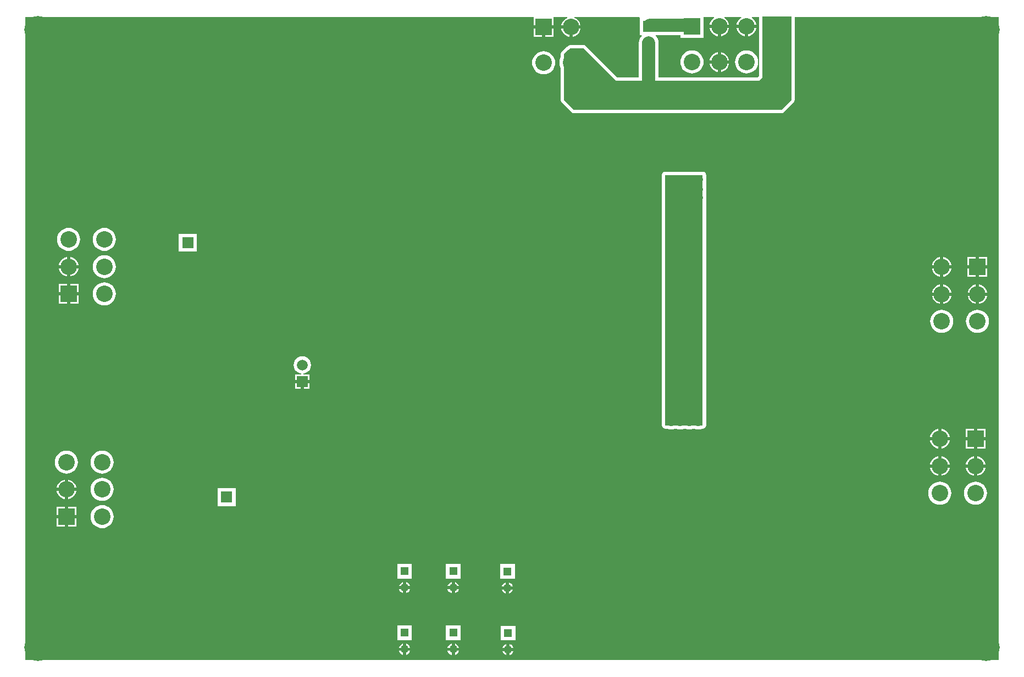
<source format=gbl>
G04*
G04 #@! TF.GenerationSoftware,Altium Limited,Altium Designer,24.2.2 (26)*
G04*
G04 Layer_Physical_Order=2*
G04 Layer_Color=16711680*
%FSLAX44Y44*%
%MOMM*%
G71*
G04*
G04 #@! TF.SameCoordinates,1BD910DE-209E-4C6D-8DAE-2763C1CA0569*
G04*
G04*
G04 #@! TF.FilePolarity,Positive*
G04*
G01*
G75*
%ADD31R,2.5400X2.5400*%
%ADD57C,2.0000*%
%ADD72C,2.5400*%
%ADD73R,2.5400X2.5400*%
%ADD74R,1.7780X1.7780*%
%ADD75R,1.6700X1.6700*%
%ADD76C,1.6700*%
%ADD77C,1.2700*%
%ADD78R,1.2700X1.2700*%
%ADD79C,4.2000*%
%ADD80R,5.8000X38.6000*%
G36*
X1136111Y906614D02*
X1133674Y904176D01*
X981072D01*
Y957600D01*
X980783Y960540D01*
X979925Y963368D01*
X978532Y965974D01*
X976740Y968157D01*
X976850Y968795D01*
X977076Y969427D01*
X1015055D01*
Y965193D01*
X1050455D01*
Y997182D01*
X1066465D01*
X1066783Y995912D01*
X1066247Y995626D01*
X1063926Y993721D01*
X1062022Y991401D01*
X1060607Y988753D01*
X1059735Y985880D01*
X1059687Y985393D01*
X1089822D01*
X1089774Y985880D01*
X1088903Y988753D01*
X1087488Y991401D01*
X1085583Y993721D01*
X1083263Y995626D01*
X1082726Y995912D01*
X1083044Y997182D01*
X1108465D01*
X1108783Y995912D01*
X1108247Y995626D01*
X1105926Y993721D01*
X1104022Y991401D01*
X1102607Y988753D01*
X1101735Y985880D01*
X1101687Y985393D01*
X1131822D01*
X1131774Y985880D01*
X1130903Y988753D01*
X1129488Y991401D01*
X1127583Y993721D01*
X1125263Y995626D01*
X1124726Y995912D01*
X1125044Y997182D01*
X1136111D01*
Y906614D01*
D02*
G37*
G36*
X1505182Y6118D02*
X6118D01*
X6118Y997182D01*
X787888D01*
X789022Y996855D01*
X789022Y995912D01*
Y984115D01*
X819502D01*
Y995912D01*
X819502Y996855D01*
X820637Y997182D01*
X840707D01*
X840895Y995912D01*
X840402Y995763D01*
X837755Y994348D01*
X835434Y992443D01*
X833529Y990123D01*
X832114Y987475D01*
X831243Y984602D01*
X831195Y984115D01*
X861330D01*
X861282Y984602D01*
X860410Y987475D01*
X858995Y990123D01*
X857091Y992443D01*
X854770Y994348D01*
X852123Y995763D01*
X851629Y995912D01*
X851818Y997182D01*
X951725D01*
X952650Y996350D01*
Y986760D01*
X952427Y984500D01*
X952650Y982240D01*
Y969650D01*
X955153D01*
X955581Y968454D01*
X955342Y968258D01*
X953468Y965974D01*
X952075Y963368D01*
X951217Y960540D01*
X950927Y957600D01*
Y904176D01*
X917897D01*
X869390Y952683D01*
X867736Y953788D01*
X865785Y954176D01*
X845785D01*
X845241Y954068D01*
X844687Y954057D01*
X844275Y953876D01*
X843834Y953788D01*
X843373Y953480D01*
X842866Y953257D01*
X838984Y950546D01*
X838673Y950221D01*
X838299Y949971D01*
X832180Y943852D01*
X831075Y942199D01*
X830687Y940248D01*
Y935024D01*
X829831Y933421D01*
X828819Y930085D01*
X828477Y926615D01*
X828819Y923145D01*
X829831Y919809D01*
X830687Y918206D01*
Y869078D01*
X831075Y867128D01*
X832180Y865474D01*
X847180Y850474D01*
X848834Y849369D01*
X850785Y848980D01*
X1170785D01*
X1172736Y849369D01*
X1174390Y850474D01*
X1189390Y865474D01*
X1190495Y867128D01*
X1190883Y869078D01*
Y997182D01*
X1505182D01*
X1505182Y6118D01*
D02*
G37*
G36*
X1185785Y869078D02*
X1170785Y854078D01*
X850785D01*
X835785Y869078D01*
Y940248D01*
X841904Y946367D01*
X845785Y949078D01*
X865785D01*
X915785Y899078D01*
X1135785D01*
X1141209Y904502D01*
Y998155D01*
X1185785D01*
Y869078D01*
D02*
G37*
%LPC*%
G36*
X1131822Y980393D02*
X1119255D01*
Y967825D01*
X1119742Y967873D01*
X1122615Y968745D01*
X1125263Y970160D01*
X1127583Y972064D01*
X1129488Y974385D01*
X1130903Y977032D01*
X1131774Y979905D01*
X1131822Y980393D01*
D02*
G37*
G36*
X1114255D02*
X1101687D01*
X1101735Y979905D01*
X1102607Y977032D01*
X1104022Y974385D01*
X1105926Y972064D01*
X1108247Y970160D01*
X1110894Y968745D01*
X1113767Y967873D01*
X1114255Y967825D01*
Y980393D01*
D02*
G37*
G36*
X1089822D02*
X1077255D01*
Y967825D01*
X1077742Y967873D01*
X1080615Y968745D01*
X1083263Y970160D01*
X1085583Y972064D01*
X1087488Y974385D01*
X1088903Y977032D01*
X1089774Y979905D01*
X1089822Y980393D01*
D02*
G37*
G36*
X1072255D02*
X1059687D01*
X1059735Y979905D01*
X1060607Y977032D01*
X1062022Y974385D01*
X1063926Y972064D01*
X1066247Y970160D01*
X1068895Y968745D01*
X1071767Y967873D01*
X1072255Y967825D01*
Y980393D01*
D02*
G37*
G36*
X1077255Y942960D02*
Y930393D01*
X1089822D01*
X1089774Y930880D01*
X1088903Y933753D01*
X1087488Y936401D01*
X1085583Y938721D01*
X1083263Y940626D01*
X1080615Y942041D01*
X1077742Y942912D01*
X1077255Y942960D01*
D02*
G37*
G36*
X1072255D02*
X1071767Y942912D01*
X1068895Y942041D01*
X1066247Y940626D01*
X1063926Y938721D01*
X1062022Y936401D01*
X1060607Y933753D01*
X1059735Y930880D01*
X1059687Y930393D01*
X1072255D01*
Y942960D01*
D02*
G37*
G36*
X1089822Y925393D02*
X1077255D01*
Y912825D01*
X1077742Y912873D01*
X1080615Y913745D01*
X1083263Y915160D01*
X1085583Y917064D01*
X1087488Y919385D01*
X1088903Y922032D01*
X1089774Y924905D01*
X1089822Y925393D01*
D02*
G37*
G36*
X1072255D02*
X1059687D01*
X1059735Y924905D01*
X1060607Y922032D01*
X1062022Y919385D01*
X1063926Y917064D01*
X1066247Y915160D01*
X1068895Y913745D01*
X1071767Y912873D01*
X1072255Y912825D01*
Y925393D01*
D02*
G37*
G36*
X1116755Y945678D02*
X1113285Y945337D01*
X1109949Y944325D01*
X1106874Y942681D01*
X1104178Y940469D01*
X1101967Y937774D01*
X1100323Y934699D01*
X1099311Y931363D01*
X1098969Y927893D01*
X1099311Y924423D01*
X1100323Y921087D01*
X1101967Y918012D01*
X1104178Y915316D01*
X1106874Y913105D01*
X1109949Y911461D01*
X1113285Y910449D01*
X1116755Y910107D01*
X1120225Y910449D01*
X1123561Y911461D01*
X1126636Y913105D01*
X1129331Y915316D01*
X1131543Y918012D01*
X1133187Y921087D01*
X1134199Y924423D01*
X1134540Y927893D01*
X1134199Y931363D01*
X1133187Y934699D01*
X1131543Y937774D01*
X1129331Y940469D01*
X1126636Y942681D01*
X1123561Y944325D01*
X1120225Y945337D01*
X1116755Y945678D01*
D02*
G37*
G36*
X1032755D02*
X1029285Y945337D01*
X1025948Y944325D01*
X1022874Y942681D01*
X1020178Y940469D01*
X1017967Y937774D01*
X1016323Y934699D01*
X1015311Y931363D01*
X1014969Y927893D01*
X1015311Y924423D01*
X1016323Y921087D01*
X1017967Y918012D01*
X1020178Y915316D01*
X1022874Y913105D01*
X1025948Y911461D01*
X1029285Y910449D01*
X1032755Y910107D01*
X1036225Y910449D01*
X1039561Y911461D01*
X1042636Y913105D01*
X1045331Y915316D01*
X1047543Y918012D01*
X1049187Y921087D01*
X1050199Y924423D01*
X1050540Y927893D01*
X1050199Y931363D01*
X1049187Y934699D01*
X1047543Y937774D01*
X1045331Y940469D01*
X1042636Y942681D01*
X1039561Y944325D01*
X1036225Y945337D01*
X1032755Y945678D01*
D02*
G37*
G36*
X861330Y979115D02*
X848762D01*
Y966547D01*
X849250Y966595D01*
X852123Y967467D01*
X854770Y968882D01*
X857091Y970786D01*
X858995Y973107D01*
X860410Y975754D01*
X861282Y978627D01*
X861330Y979115D01*
D02*
G37*
G36*
X843762D02*
X831195D01*
X831243Y978627D01*
X832114Y975754D01*
X833529Y973107D01*
X835434Y970786D01*
X837755Y968882D01*
X840402Y967467D01*
X843275Y966595D01*
X843762Y966547D01*
Y979115D01*
D02*
G37*
G36*
X819502D02*
X806762D01*
Y966375D01*
X819502D01*
Y979115D01*
D02*
G37*
G36*
X801762D02*
X789022D01*
Y966375D01*
X801762D01*
Y979115D01*
D02*
G37*
G36*
X804262Y944400D02*
X800792Y944059D01*
X797456Y943047D01*
X794381Y941403D01*
X791686Y939191D01*
X789474Y936496D01*
X787831Y933421D01*
X786818Y930085D01*
X786477Y926615D01*
X786818Y923145D01*
X787831Y919809D01*
X789474Y916734D01*
X791686Y914038D01*
X794381Y911827D01*
X797456Y910183D01*
X800792Y909171D01*
X804262Y908829D01*
X807732Y909171D01*
X811069Y910183D01*
X814144Y911827D01*
X816839Y914038D01*
X819051Y916734D01*
X820694Y919809D01*
X821706Y923145D01*
X822048Y926615D01*
X821706Y930085D01*
X820694Y933421D01*
X819051Y936496D01*
X816839Y939191D01*
X814144Y941403D01*
X811069Y943047D01*
X807732Y944059D01*
X804262Y944400D01*
D02*
G37*
G36*
X127500Y672086D02*
X124030Y671744D01*
X120694Y670732D01*
X117619Y669088D01*
X114924Y666876D01*
X112712Y664181D01*
X111068Y661106D01*
X110056Y657770D01*
X109714Y654300D01*
X110056Y650830D01*
X111068Y647494D01*
X112712Y644419D01*
X114924Y641724D01*
X117619Y639512D01*
X120694Y637868D01*
X124030Y636856D01*
X127500Y636514D01*
X130970Y636856D01*
X134306Y637868D01*
X137381Y639512D01*
X140076Y641724D01*
X142288Y644419D01*
X143932Y647494D01*
X144944Y650830D01*
X145286Y654300D01*
X144944Y657770D01*
X143932Y661106D01*
X142288Y664181D01*
X140076Y666876D01*
X137381Y669088D01*
X134306Y670732D01*
X130970Y671744D01*
X127500Y672086D01*
D02*
G37*
G36*
X72500D02*
X69030Y671744D01*
X65694Y670732D01*
X62619Y669088D01*
X59924Y666876D01*
X57712Y664181D01*
X56068Y661106D01*
X55056Y657770D01*
X54714Y654300D01*
X55056Y650830D01*
X56068Y647494D01*
X57712Y644419D01*
X59924Y641724D01*
X62619Y639512D01*
X65694Y637868D01*
X69030Y636856D01*
X72500Y636514D01*
X75970Y636856D01*
X79306Y637868D01*
X82381Y639512D01*
X85076Y641724D01*
X87288Y644419D01*
X88932Y647494D01*
X89944Y650830D01*
X90286Y654300D01*
X89944Y657770D01*
X88932Y661106D01*
X87288Y664181D01*
X85076Y666876D01*
X82381Y669088D01*
X79306Y670732D01*
X75970Y671744D01*
X72500Y672086D01*
D02*
G37*
G36*
X269890Y663190D02*
X242110D01*
Y635410D01*
X269890D01*
Y663190D01*
D02*
G37*
G36*
X75000Y627368D02*
Y614800D01*
X87568D01*
X87520Y615288D01*
X86648Y618160D01*
X85233Y620808D01*
X83329Y623129D01*
X81008Y625033D01*
X78360Y626448D01*
X75488Y627319D01*
X75000Y627368D01*
D02*
G37*
G36*
X70000Y627368D02*
X69513Y627319D01*
X66640Y626448D01*
X63992Y625033D01*
X61672Y623129D01*
X59767Y620808D01*
X58352Y618160D01*
X57481Y615288D01*
X57432Y614800D01*
X70000D01*
Y627368D01*
D02*
G37*
G36*
X1487740Y627240D02*
X1475000D01*
Y614500D01*
X1487740D01*
Y627240D01*
D02*
G37*
G36*
X1470000D02*
X1457260D01*
Y614500D01*
X1470000D01*
Y627240D01*
D02*
G37*
G36*
X1420000Y627067D02*
Y614500D01*
X1432567D01*
X1432520Y614988D01*
X1431648Y617860D01*
X1430233Y620508D01*
X1428329Y622828D01*
X1426008Y624733D01*
X1423360Y626148D01*
X1420488Y627020D01*
X1420000Y627067D01*
D02*
G37*
G36*
X1415000Y627067D02*
X1414512Y627020D01*
X1411640Y626148D01*
X1408992Y624733D01*
X1406672Y622828D01*
X1404767Y620508D01*
X1403352Y617860D01*
X1402480Y614988D01*
X1402433Y614500D01*
X1415000D01*
Y627067D01*
D02*
G37*
G36*
X87568Y609800D02*
X75000D01*
Y597233D01*
X75488Y597281D01*
X78360Y598152D01*
X81008Y599567D01*
X83329Y601472D01*
X85233Y603792D01*
X86648Y606440D01*
X87520Y609312D01*
X87568Y609800D01*
D02*
G37*
G36*
X70000D02*
X57432D01*
X57481Y609312D01*
X58352Y606440D01*
X59767Y603792D01*
X61672Y601472D01*
X63992Y599567D01*
X66640Y598152D01*
X69513Y597281D01*
X70000Y597233D01*
Y609800D01*
D02*
G37*
G36*
X1432567Y609500D02*
X1420000D01*
Y596932D01*
X1420488Y596981D01*
X1423360Y597852D01*
X1426008Y599267D01*
X1428329Y601172D01*
X1430233Y603492D01*
X1431648Y606140D01*
X1432520Y609012D01*
X1432567Y609500D01*
D02*
G37*
G36*
X1415000D02*
X1402433D01*
X1402480Y609012D01*
X1403352Y606140D01*
X1404767Y603492D01*
X1406672Y601172D01*
X1408992Y599267D01*
X1411640Y597852D01*
X1414512Y596981D01*
X1415000Y596932D01*
Y609500D01*
D02*
G37*
G36*
X1487740Y609500D02*
X1475000D01*
Y596760D01*
X1487740D01*
Y609500D01*
D02*
G37*
G36*
X1470000D02*
X1457260D01*
Y596760D01*
X1470000D01*
Y609500D01*
D02*
G37*
G36*
X127500Y630086D02*
X124030Y629744D01*
X120694Y628732D01*
X117619Y627088D01*
X114924Y624876D01*
X112712Y622181D01*
X111068Y619106D01*
X110056Y615770D01*
X109714Y612300D01*
X110056Y608830D01*
X111068Y605494D01*
X112712Y602419D01*
X114924Y599724D01*
X117619Y597512D01*
X120694Y595868D01*
X124030Y594856D01*
X127500Y594514D01*
X130970Y594856D01*
X134306Y595868D01*
X137381Y597512D01*
X140076Y599724D01*
X142288Y602419D01*
X143932Y605494D01*
X144944Y608830D01*
X145286Y612300D01*
X144944Y615770D01*
X143932Y619106D01*
X142288Y622181D01*
X140076Y624876D01*
X137381Y627088D01*
X134306Y628732D01*
X130970Y629744D01*
X127500Y630086D01*
D02*
G37*
G36*
X87740Y585540D02*
X75000D01*
Y572800D01*
X87740D01*
Y585540D01*
D02*
G37*
G36*
X70000D02*
X57260D01*
Y572800D01*
X70000D01*
Y585540D01*
D02*
G37*
G36*
X1475000Y585067D02*
Y572500D01*
X1487567D01*
X1487520Y572988D01*
X1486648Y575860D01*
X1485233Y578508D01*
X1483329Y580829D01*
X1481008Y582733D01*
X1478360Y584148D01*
X1475488Y585019D01*
X1475000Y585067D01*
D02*
G37*
G36*
X1470000Y585067D02*
X1469512Y585019D01*
X1466640Y584148D01*
X1463992Y582733D01*
X1461671Y580829D01*
X1459767Y578508D01*
X1458352Y575860D01*
X1457480Y572988D01*
X1457433Y572500D01*
X1470000D01*
Y585067D01*
D02*
G37*
G36*
X1420000D02*
Y572500D01*
X1432567D01*
X1432520Y572988D01*
X1431648Y575860D01*
X1430233Y578508D01*
X1428329Y580829D01*
X1426008Y582733D01*
X1423360Y584148D01*
X1420488Y585019D01*
X1420000Y585067D01*
D02*
G37*
G36*
X1415000D02*
X1414512Y585019D01*
X1411640Y584148D01*
X1408992Y582733D01*
X1406672Y580829D01*
X1404767Y578508D01*
X1403352Y575860D01*
X1402480Y572988D01*
X1402433Y572500D01*
X1415000D01*
Y585067D01*
D02*
G37*
G36*
X87740Y567800D02*
X75000D01*
Y555060D01*
X87740D01*
Y567800D01*
D02*
G37*
G36*
X70000D02*
X57260D01*
Y555060D01*
X70000D01*
Y567800D01*
D02*
G37*
G36*
X1487567Y567500D02*
X1475000D01*
Y554933D01*
X1475488Y554981D01*
X1478360Y555852D01*
X1481008Y557267D01*
X1483329Y559172D01*
X1485233Y561492D01*
X1486648Y564140D01*
X1487520Y567012D01*
X1487567Y567500D01*
D02*
G37*
G36*
X1432567Y567500D02*
X1420000D01*
Y554933D01*
X1420488Y554981D01*
X1423360Y555852D01*
X1426008Y557267D01*
X1428329Y559172D01*
X1430233Y561492D01*
X1431648Y564140D01*
X1432520Y567012D01*
X1432567Y567500D01*
D02*
G37*
G36*
X1415000D02*
X1402433D01*
X1402480Y567012D01*
X1403352Y564140D01*
X1404767Y561492D01*
X1406672Y559172D01*
X1408992Y557267D01*
X1411640Y555852D01*
X1414512Y554981D01*
X1415000Y554933D01*
Y567500D01*
D02*
G37*
G36*
X1470000Y567500D02*
X1457433D01*
X1457480Y567012D01*
X1458352Y564140D01*
X1459767Y561492D01*
X1461671Y559172D01*
X1463992Y557267D01*
X1466640Y555852D01*
X1469512Y554981D01*
X1470000Y554933D01*
Y567500D01*
D02*
G37*
G36*
X127500Y588086D02*
X124030Y587744D01*
X120694Y586732D01*
X117619Y585088D01*
X114924Y582876D01*
X112712Y580181D01*
X111068Y577106D01*
X110056Y573770D01*
X109714Y570300D01*
X110056Y566830D01*
X111068Y563494D01*
X112712Y560419D01*
X114924Y557724D01*
X117619Y555512D01*
X120694Y553868D01*
X124030Y552856D01*
X127500Y552514D01*
X130970Y552856D01*
X134306Y553868D01*
X137381Y555512D01*
X140076Y557724D01*
X142288Y560419D01*
X143932Y563494D01*
X144944Y566830D01*
X145286Y570300D01*
X144944Y573770D01*
X143932Y577106D01*
X142288Y580181D01*
X140076Y582876D01*
X137381Y585088D01*
X134306Y586732D01*
X130970Y587744D01*
X127500Y588086D01*
D02*
G37*
G36*
X1472500Y545786D02*
X1469030Y545444D01*
X1465694Y544432D01*
X1462619Y542788D01*
X1459924Y540576D01*
X1457712Y537881D01*
X1456068Y534806D01*
X1455056Y531470D01*
X1454714Y528000D01*
X1455056Y524530D01*
X1456068Y521194D01*
X1457712Y518119D01*
X1459924Y515424D01*
X1462619Y513212D01*
X1465694Y511568D01*
X1469030Y510556D01*
X1472500Y510214D01*
X1475970Y510556D01*
X1479306Y511568D01*
X1482381Y513212D01*
X1485076Y515424D01*
X1487288Y518119D01*
X1488932Y521194D01*
X1489944Y524530D01*
X1490286Y528000D01*
X1489944Y531470D01*
X1488932Y534806D01*
X1487288Y537881D01*
X1485076Y540576D01*
X1482381Y542788D01*
X1479306Y544432D01*
X1475970Y545444D01*
X1472500Y545786D01*
D02*
G37*
G36*
X1417500D02*
X1414030Y545444D01*
X1410694Y544432D01*
X1407619Y542788D01*
X1404924Y540576D01*
X1402712Y537881D01*
X1401068Y534806D01*
X1400056Y531470D01*
X1399714Y528000D01*
X1400056Y524530D01*
X1401068Y521194D01*
X1402712Y518119D01*
X1404924Y515424D01*
X1407619Y513212D01*
X1410694Y511568D01*
X1414030Y510556D01*
X1417500Y510214D01*
X1420970Y510556D01*
X1424306Y511568D01*
X1427381Y513212D01*
X1430076Y515424D01*
X1432288Y518119D01*
X1433932Y521194D01*
X1434944Y524530D01*
X1435286Y528000D01*
X1434944Y531470D01*
X1433932Y534806D01*
X1432288Y537881D01*
X1430076Y540576D01*
X1427381Y542788D01*
X1424306Y544432D01*
X1420970Y545444D01*
X1417500Y545786D01*
D02*
G37*
G36*
X432600Y474165D02*
X429115Y473706D01*
X425867Y472361D01*
X423079Y470221D01*
X420939Y467433D01*
X419594Y464185D01*
X419135Y460700D01*
X419594Y457215D01*
X420939Y453967D01*
X423079Y451179D01*
X425867Y449039D01*
X429115Y447694D01*
X430890Y447460D01*
X430807Y446190D01*
X421710D01*
Y437800D01*
X432600D01*
X443490D01*
Y446190D01*
X434394D01*
X434310Y447460D01*
X436085Y447694D01*
X439333Y449039D01*
X442121Y451179D01*
X444261Y453967D01*
X445606Y457215D01*
X446065Y460700D01*
X445606Y464185D01*
X444261Y467433D01*
X442121Y470221D01*
X439333Y472361D01*
X436085Y473706D01*
X432600Y474165D01*
D02*
G37*
G36*
X443490Y432800D02*
X435100D01*
Y424410D01*
X443490D01*
Y432800D01*
D02*
G37*
G36*
X430100D02*
X421710D01*
Y424410D01*
X430100D01*
Y432800D01*
D02*
G37*
G36*
X1049400Y758698D02*
X991400D01*
X989449Y758310D01*
X987795Y757205D01*
X986690Y755551D01*
X986302Y753600D01*
Y367600D01*
X986690Y365649D01*
X987795Y363995D01*
X989449Y362890D01*
X991400Y362502D01*
X995119D01*
X997437Y361542D01*
X1000400Y361152D01*
X1003363Y361542D01*
X1005680Y362502D01*
X1009119D01*
X1011437Y361542D01*
X1014400Y361152D01*
X1017363Y361542D01*
X1019680Y362502D01*
X1023120D01*
X1025437Y361542D01*
X1028400Y361152D01*
X1031363Y361542D01*
X1033680Y362502D01*
X1037120D01*
X1039437Y361542D01*
X1042400Y361152D01*
X1045363Y361542D01*
X1047681Y362502D01*
X1049400D01*
X1051351Y362890D01*
X1053005Y363995D01*
X1054110Y365649D01*
X1054498Y367600D01*
Y715942D01*
X1054848Y718600D01*
X1054498Y721258D01*
Y728942D01*
X1054848Y731600D01*
X1054498Y734258D01*
Y743942D01*
X1054848Y746600D01*
X1054498Y749258D01*
Y753600D01*
X1054110Y755551D01*
X1053005Y757205D01*
X1051351Y758310D01*
X1049400Y758698D01*
D02*
G37*
G36*
X1484740Y362240D02*
X1472000D01*
Y349500D01*
X1484740D01*
Y362240D01*
D02*
G37*
G36*
X1467000D02*
X1454260D01*
Y349500D01*
X1467000D01*
Y362240D01*
D02*
G37*
G36*
X1417000Y362067D02*
Y349500D01*
X1429568D01*
X1429520Y349988D01*
X1428648Y352860D01*
X1427233Y355508D01*
X1425329Y357828D01*
X1423008Y359733D01*
X1420360Y361148D01*
X1417488Y362020D01*
X1417000Y362067D01*
D02*
G37*
G36*
X1412000D02*
X1411512Y362020D01*
X1408640Y361148D01*
X1405992Y359733D01*
X1403672Y357828D01*
X1401767Y355508D01*
X1400352Y352860D01*
X1399480Y349988D01*
X1399433Y349500D01*
X1412000D01*
Y362067D01*
D02*
G37*
G36*
Y344500D02*
X1399433D01*
X1399480Y344012D01*
X1400352Y341140D01*
X1401767Y338492D01*
X1403672Y336172D01*
X1405992Y334267D01*
X1408640Y332852D01*
X1411512Y331981D01*
X1412000Y331932D01*
Y344500D01*
D02*
G37*
G36*
X1429568D02*
X1417000D01*
Y331932D01*
X1417488Y331981D01*
X1420360Y332852D01*
X1423008Y334267D01*
X1425329Y336172D01*
X1427233Y338492D01*
X1428648Y341140D01*
X1429520Y344012D01*
X1429568Y344500D01*
D02*
G37*
G36*
X1484740Y344500D02*
X1472000D01*
Y331760D01*
X1484740D01*
Y344500D01*
D02*
G37*
G36*
X1467000D02*
X1454260D01*
Y331760D01*
X1467000D01*
Y344500D01*
D02*
G37*
G36*
X1472000Y320067D02*
Y307500D01*
X1484568D01*
X1484520Y307988D01*
X1483648Y310860D01*
X1482233Y313508D01*
X1480329Y315828D01*
X1478008Y317733D01*
X1475360Y319148D01*
X1472488Y320019D01*
X1472000Y320067D01*
D02*
G37*
G36*
X1467000Y320067D02*
X1466512Y320019D01*
X1463640Y319148D01*
X1460992Y317733D01*
X1458672Y315828D01*
X1456767Y313508D01*
X1455352Y310860D01*
X1454480Y307988D01*
X1454433Y307500D01*
X1467000D01*
Y320067D01*
D02*
G37*
G36*
X1417000D02*
Y307500D01*
X1429568D01*
X1429520Y307988D01*
X1428648Y310860D01*
X1427233Y313508D01*
X1425329Y315828D01*
X1423008Y317733D01*
X1420360Y319148D01*
X1417488Y320019D01*
X1417000Y320067D01*
D02*
G37*
G36*
X1412000D02*
X1411512Y320019D01*
X1408640Y319148D01*
X1405992Y317733D01*
X1403672Y315828D01*
X1401767Y313508D01*
X1400352Y310860D01*
X1399480Y307988D01*
X1399433Y307500D01*
X1412000D01*
Y320067D01*
D02*
G37*
G36*
X124100Y328586D02*
X120630Y328244D01*
X117294Y327232D01*
X114219Y325588D01*
X111524Y323376D01*
X109312Y320681D01*
X107668Y317606D01*
X106656Y314270D01*
X106314Y310800D01*
X106656Y307330D01*
X107668Y303994D01*
X109312Y300919D01*
X111524Y298224D01*
X114219Y296012D01*
X117294Y294368D01*
X120630Y293356D01*
X124100Y293014D01*
X127570Y293356D01*
X130906Y294368D01*
X133981Y296012D01*
X136676Y298224D01*
X138888Y300919D01*
X140532Y303994D01*
X141544Y307330D01*
X141886Y310800D01*
X141544Y314270D01*
X140532Y317606D01*
X138888Y320681D01*
X136676Y323376D01*
X133981Y325588D01*
X130906Y327232D01*
X127570Y328244D01*
X124100Y328586D01*
D02*
G37*
G36*
X69100D02*
X65630Y328244D01*
X62294Y327232D01*
X59219Y325588D01*
X56524Y323376D01*
X54312Y320681D01*
X52668Y317606D01*
X51656Y314270D01*
X51314Y310800D01*
X51656Y307330D01*
X52668Y303994D01*
X54312Y300919D01*
X56524Y298224D01*
X59219Y296012D01*
X62294Y294368D01*
X65630Y293356D01*
X69100Y293014D01*
X72570Y293356D01*
X75906Y294368D01*
X78981Y296012D01*
X81676Y298224D01*
X83888Y300919D01*
X85532Y303994D01*
X86544Y307330D01*
X86886Y310800D01*
X86544Y314270D01*
X85532Y317606D01*
X83888Y320681D01*
X81676Y323376D01*
X78981Y325588D01*
X75906Y327232D01*
X72570Y328244D01*
X69100Y328586D01*
D02*
G37*
G36*
X1484568Y302500D02*
X1472000D01*
Y289932D01*
X1472488Y289981D01*
X1475360Y290852D01*
X1478008Y292267D01*
X1480329Y294172D01*
X1482233Y296492D01*
X1483648Y299140D01*
X1484520Y302013D01*
X1484568Y302500D01*
D02*
G37*
G36*
X1429568Y302500D02*
X1417000D01*
Y289932D01*
X1417488Y289981D01*
X1420360Y290852D01*
X1423008Y292267D01*
X1425329Y294172D01*
X1427233Y296492D01*
X1428648Y299140D01*
X1429520Y302013D01*
X1429568Y302500D01*
D02*
G37*
G36*
X1412000D02*
X1399433D01*
X1399480Y302013D01*
X1400352Y299140D01*
X1401767Y296492D01*
X1403672Y294172D01*
X1405992Y292267D01*
X1408640Y290852D01*
X1411512Y289981D01*
X1412000Y289932D01*
Y302500D01*
D02*
G37*
G36*
X1467000Y302500D02*
X1454433D01*
X1454480Y302013D01*
X1455352Y299140D01*
X1456767Y296492D01*
X1458672Y294172D01*
X1460992Y292267D01*
X1463640Y290852D01*
X1466512Y289981D01*
X1467000Y289932D01*
Y302500D01*
D02*
G37*
G36*
X71600Y283867D02*
Y271300D01*
X84167D01*
X84120Y271788D01*
X83248Y274660D01*
X81833Y277308D01*
X79928Y279628D01*
X77608Y281533D01*
X74960Y282948D01*
X72088Y283820D01*
X71600Y283867D01*
D02*
G37*
G36*
X66600Y283867D02*
X66112Y283820D01*
X63240Y282948D01*
X60592Y281533D01*
X58272Y279628D01*
X56367Y277308D01*
X54952Y274660D01*
X54081Y271788D01*
X54033Y271300D01*
X66600D01*
Y283867D01*
D02*
G37*
G36*
Y266300D02*
X54033D01*
X54081Y265812D01*
X54952Y262940D01*
X56367Y260292D01*
X58272Y257971D01*
X60592Y256067D01*
X63240Y254652D01*
X66112Y253780D01*
X66600Y253732D01*
Y266300D01*
D02*
G37*
G36*
X84167D02*
X71600D01*
Y253732D01*
X72088Y253780D01*
X74960Y254652D01*
X77608Y256067D01*
X79928Y257971D01*
X81833Y260292D01*
X83248Y262940D01*
X84120Y265812D01*
X84167Y266300D01*
D02*
G37*
G36*
X124100Y286586D02*
X120630Y286244D01*
X117294Y285232D01*
X114219Y283588D01*
X111524Y281376D01*
X109312Y278681D01*
X107668Y275606D01*
X106656Y272270D01*
X106314Y268800D01*
X106656Y265330D01*
X107668Y261994D01*
X109312Y258919D01*
X111524Y256224D01*
X114219Y254012D01*
X117294Y252368D01*
X120630Y251356D01*
X124100Y251014D01*
X127570Y251356D01*
X130906Y252368D01*
X133981Y254012D01*
X136676Y256224D01*
X138888Y258919D01*
X140532Y261994D01*
X141544Y265330D01*
X141886Y268800D01*
X141544Y272270D01*
X140532Y275606D01*
X138888Y278681D01*
X136676Y281376D01*
X133981Y283588D01*
X130906Y285232D01*
X127570Y286244D01*
X124100Y286586D01*
D02*
G37*
G36*
X1469500Y280786D02*
X1466030Y280444D01*
X1462694Y279432D01*
X1459619Y277788D01*
X1456924Y275576D01*
X1454712Y272881D01*
X1453068Y269806D01*
X1452056Y266470D01*
X1451714Y263000D01*
X1452056Y259530D01*
X1453068Y256194D01*
X1454712Y253119D01*
X1456924Y250424D01*
X1459619Y248212D01*
X1462694Y246568D01*
X1466030Y245556D01*
X1469500Y245214D01*
X1472970Y245556D01*
X1476306Y246568D01*
X1479381Y248212D01*
X1482076Y250424D01*
X1484288Y253119D01*
X1485932Y256194D01*
X1486944Y259530D01*
X1487286Y263000D01*
X1486944Y266470D01*
X1485932Y269806D01*
X1484288Y272881D01*
X1482076Y275576D01*
X1479381Y277788D01*
X1476306Y279432D01*
X1472970Y280444D01*
X1469500Y280786D01*
D02*
G37*
G36*
X1414500D02*
X1411030Y280444D01*
X1407694Y279432D01*
X1404619Y277788D01*
X1401924Y275576D01*
X1399712Y272881D01*
X1398068Y269806D01*
X1397056Y266470D01*
X1396714Y263000D01*
X1397056Y259530D01*
X1398068Y256194D01*
X1399712Y253119D01*
X1401924Y250424D01*
X1404619Y248212D01*
X1407694Y246568D01*
X1411030Y245556D01*
X1414500Y245214D01*
X1417970Y245556D01*
X1421306Y246568D01*
X1424381Y248212D01*
X1427076Y250424D01*
X1429288Y253119D01*
X1430932Y256194D01*
X1431944Y259530D01*
X1432286Y263000D01*
X1431944Y266470D01*
X1430932Y269806D01*
X1429288Y272881D01*
X1427076Y275576D01*
X1424381Y277788D01*
X1421306Y279432D01*
X1417970Y280444D01*
X1414500Y280786D01*
D02*
G37*
G36*
X329890Y270890D02*
X302110D01*
Y243110D01*
X329890D01*
Y270890D01*
D02*
G37*
G36*
X84340Y242040D02*
X71600D01*
Y229300D01*
X84340D01*
Y242040D01*
D02*
G37*
G36*
X66600D02*
X53860D01*
Y229300D01*
X66600D01*
Y242040D01*
D02*
G37*
G36*
X84340Y224300D02*
X71600D01*
Y211560D01*
X84340D01*
Y224300D01*
D02*
G37*
G36*
X66600D02*
X53860D01*
Y211560D01*
X66600D01*
Y224300D01*
D02*
G37*
G36*
X124100Y244586D02*
X120630Y244244D01*
X117294Y243232D01*
X114219Y241588D01*
X111524Y239376D01*
X109312Y236681D01*
X107668Y233606D01*
X106656Y230270D01*
X106314Y226800D01*
X106656Y223330D01*
X107668Y219994D01*
X109312Y216919D01*
X111524Y214224D01*
X114219Y212012D01*
X117294Y210368D01*
X120630Y209356D01*
X124100Y209014D01*
X127570Y209356D01*
X130906Y210368D01*
X133981Y212012D01*
X136676Y214224D01*
X138888Y216919D01*
X140532Y219994D01*
X141544Y223330D01*
X141886Y226800D01*
X141544Y230270D01*
X140532Y233606D01*
X138888Y236681D01*
X136676Y239376D01*
X133981Y241588D01*
X130906Y243232D01*
X127570Y244244D01*
X124100Y244586D01*
D02*
G37*
G36*
X676350Y154050D02*
X653650D01*
Y131350D01*
X676350D01*
Y154050D01*
D02*
G37*
G36*
X601350D02*
X578650D01*
Y131350D01*
X601350D01*
Y154050D01*
D02*
G37*
G36*
X759750Y153650D02*
X737050D01*
Y130950D01*
X759750D01*
Y153650D01*
D02*
G37*
G36*
X592500Y125887D02*
Y119800D01*
X598587D01*
X597765Y121783D01*
X596340Y123640D01*
X594483Y125065D01*
X592500Y125887D01*
D02*
G37*
G36*
X587500Y125887D02*
X585517Y125065D01*
X583660Y123640D01*
X582235Y121783D01*
X581413Y119800D01*
X587500D01*
Y125887D01*
D02*
G37*
G36*
X667500Y125887D02*
Y119800D01*
X673587D01*
X672765Y121783D01*
X671340Y123640D01*
X669483Y125065D01*
X667500Y125887D01*
D02*
G37*
G36*
X662500Y125887D02*
X660517Y125065D01*
X658660Y123640D01*
X657235Y121783D01*
X656413Y119800D01*
X662500D01*
Y125887D01*
D02*
G37*
G36*
X750900Y125487D02*
Y119400D01*
X756987D01*
X756165Y121383D01*
X754740Y123240D01*
X752883Y124665D01*
X750900Y125487D01*
D02*
G37*
G36*
X745900Y125487D02*
X743917Y124665D01*
X742060Y123240D01*
X740635Y121383D01*
X739813Y119400D01*
X745900D01*
Y125487D01*
D02*
G37*
G36*
X662500Y114800D02*
X656413D01*
X657235Y112817D01*
X658660Y110960D01*
X660517Y109535D01*
X662500Y108713D01*
Y114800D01*
D02*
G37*
G36*
X598587Y114800D02*
X592500D01*
Y108713D01*
X594483Y109535D01*
X596340Y110960D01*
X597765Y112817D01*
X598587Y114800D01*
D02*
G37*
G36*
X587500D02*
X581413D01*
X582235Y112817D01*
X583660Y110960D01*
X585517Y109535D01*
X587500Y108713D01*
Y114800D01*
D02*
G37*
G36*
X673587Y114800D02*
X667500D01*
Y108713D01*
X669483Y109535D01*
X671340Y110960D01*
X672765Y112817D01*
X673587Y114800D01*
D02*
G37*
G36*
X745900Y114400D02*
X739813D01*
X740635Y112417D01*
X742060Y110560D01*
X743917Y109135D01*
X745900Y108313D01*
Y114400D01*
D02*
G37*
G36*
X756987D02*
X750900D01*
Y108313D01*
X752883Y109135D01*
X754740Y110560D01*
X756165Y112417D01*
X756987Y114400D01*
D02*
G37*
G36*
X676350Y59050D02*
X653650D01*
Y36350D01*
X676350D01*
Y59050D01*
D02*
G37*
G36*
X601350D02*
X578650D01*
Y36350D01*
X601350D01*
Y59050D01*
D02*
G37*
G36*
X760750Y58650D02*
X738050D01*
Y35950D01*
X760750D01*
Y58650D01*
D02*
G37*
G36*
X592500Y30887D02*
Y24800D01*
X598587D01*
X597765Y26783D01*
X596340Y28640D01*
X594483Y30065D01*
X592500Y30887D01*
D02*
G37*
G36*
X587500Y30887D02*
X585517Y30065D01*
X583660Y28640D01*
X582235Y26783D01*
X581413Y24800D01*
X587500D01*
Y30887D01*
D02*
G37*
G36*
X667500Y30887D02*
Y24800D01*
X673587D01*
X672765Y26783D01*
X671340Y28640D01*
X669483Y30065D01*
X667500Y30887D01*
D02*
G37*
G36*
X662500Y30887D02*
X660517Y30065D01*
X658660Y28640D01*
X657235Y26783D01*
X656413Y24800D01*
X662500D01*
Y30887D01*
D02*
G37*
G36*
X751900Y30487D02*
Y24400D01*
X757987D01*
X757165Y26383D01*
X755740Y28240D01*
X753883Y29665D01*
X751900Y30487D01*
D02*
G37*
G36*
X746900Y30487D02*
X744917Y29665D01*
X743060Y28240D01*
X741635Y26383D01*
X740813Y24400D01*
X746900D01*
Y30487D01*
D02*
G37*
G36*
X598587Y19800D02*
X592500D01*
Y13713D01*
X594483Y14535D01*
X596340Y15960D01*
X597765Y17817D01*
X598587Y19800D01*
D02*
G37*
G36*
X662500Y19800D02*
X656413D01*
X657235Y17817D01*
X658660Y15960D01*
X660517Y14535D01*
X662500Y13713D01*
Y19800D01*
D02*
G37*
G36*
X673587D02*
X667500D01*
Y13713D01*
X669483Y14535D01*
X671340Y15960D01*
X672765Y17817D01*
X673587Y19800D01*
D02*
G37*
G36*
X587500Y19800D02*
X581413D01*
X582235Y17817D01*
X583660Y15960D01*
X585517Y14535D01*
X587500Y13713D01*
Y19800D01*
D02*
G37*
G36*
X757987Y19400D02*
X751900D01*
Y13313D01*
X753883Y14135D01*
X755740Y15560D01*
X757165Y17417D01*
X757987Y19400D01*
D02*
G37*
G36*
X746900D02*
X740813D01*
X741635Y17417D01*
X743060Y15560D01*
X744917Y14135D01*
X746900Y13313D01*
Y19400D01*
D02*
G37*
%LPD*%
D31*
X1032755Y982893D02*
D03*
X804262Y981615D02*
D03*
D57*
X966000Y883000D02*
X966000Y883000D01*
X966000Y883000D02*
Y957600D01*
X967500Y984500D02*
X1033000D01*
D72*
X127500Y654300D02*
D03*
X72500D02*
D03*
Y612300D02*
D03*
X127500D02*
D03*
Y570300D02*
D03*
X124100Y226800D02*
D03*
Y268800D02*
D03*
X69100D02*
D03*
Y310800D02*
D03*
X124100D02*
D03*
X1074755Y982893D02*
D03*
X1116755D02*
D03*
X1158755D02*
D03*
X1032755Y927893D02*
D03*
X1074755D02*
D03*
X1116755D02*
D03*
X1158755D02*
D03*
X846262Y926615D02*
D03*
X804262D02*
D03*
X846262Y981615D02*
D03*
X1417500Y528000D02*
D03*
X1472500D02*
D03*
Y570000D02*
D03*
X1417500D02*
D03*
Y612000D02*
D03*
X1414500Y347000D02*
D03*
Y305000D02*
D03*
X1469500D02*
D03*
Y263000D02*
D03*
X1414500D02*
D03*
D73*
X72500Y570300D02*
D03*
X69100Y226800D02*
D03*
X1472500Y612000D02*
D03*
X1469500Y347000D02*
D03*
D74*
X316000Y257000D02*
D03*
X256000Y649300D02*
D03*
D75*
X966000Y983000D02*
D03*
X432600Y435300D02*
D03*
D76*
X966000Y957600D02*
D03*
X432600Y460700D02*
D03*
D77*
X749400Y21900D02*
D03*
X590000Y117300D02*
D03*
X665000D02*
D03*
X590000Y22300D02*
D03*
X665000D02*
D03*
X748400Y116900D02*
D03*
X49400Y484600D02*
D03*
X159400Y714600D02*
D03*
X739400Y824600D02*
D03*
Y874600D02*
D03*
X1309400Y744600D02*
D03*
X1319400Y884600D02*
D03*
X1069400Y714600D02*
D03*
X1079400Y824600D02*
D03*
X1069400Y954600D02*
D03*
X929400Y914600D02*
D03*
Y794600D02*
D03*
X1259400Y84600D02*
D03*
X1299400Y314600D02*
D03*
Y384600D02*
D03*
X1119400Y84600D02*
D03*
X999400D02*
D03*
X879400D02*
D03*
X749400D02*
D03*
X669400D02*
D03*
X589400D02*
D03*
X989400Y324600D02*
D03*
X849400D02*
D03*
X739400D02*
D03*
X1109400Y514600D02*
D03*
X929400D02*
D03*
X839400D02*
D03*
X689400Y484600D02*
D03*
X779400D02*
D03*
X679400Y354600D02*
D03*
X559400D02*
D03*
X379400D02*
D03*
X199400D02*
D03*
X619400Y664600D02*
D03*
X559400D02*
D03*
X469400D02*
D03*
X389400D02*
D03*
X209400Y444600D02*
D03*
X1001400Y746600D02*
D03*
X1015400D02*
D03*
X1029400D02*
D03*
X1043400D02*
D03*
X1001400Y732600D02*
D03*
X1015400D02*
D03*
X1029400D02*
D03*
X1043400Y731600D02*
D03*
X1001400Y719600D02*
D03*
X1015400D02*
D03*
X1029400Y718600D02*
D03*
X1043400D02*
D03*
X1014400Y400600D02*
D03*
X1028400Y399600D02*
D03*
X1042400D02*
D03*
X1000400Y387600D02*
D03*
X1014400Y386600D02*
D03*
X1028400D02*
D03*
X1042400D02*
D03*
X1000400Y372600D02*
D03*
X1014400D02*
D03*
X1028400D02*
D03*
X1042400D02*
D03*
D78*
X749400Y47300D02*
D03*
X590000Y142700D02*
D03*
X665000D02*
D03*
X590000Y47700D02*
D03*
X665000D02*
D03*
X748400Y142300D02*
D03*
D79*
X1485900Y25400D02*
D03*
Y977900D02*
D03*
X25400D02*
D03*
Y25400D02*
D03*
D80*
X1020400Y560600D02*
D03*
M02*

</source>
